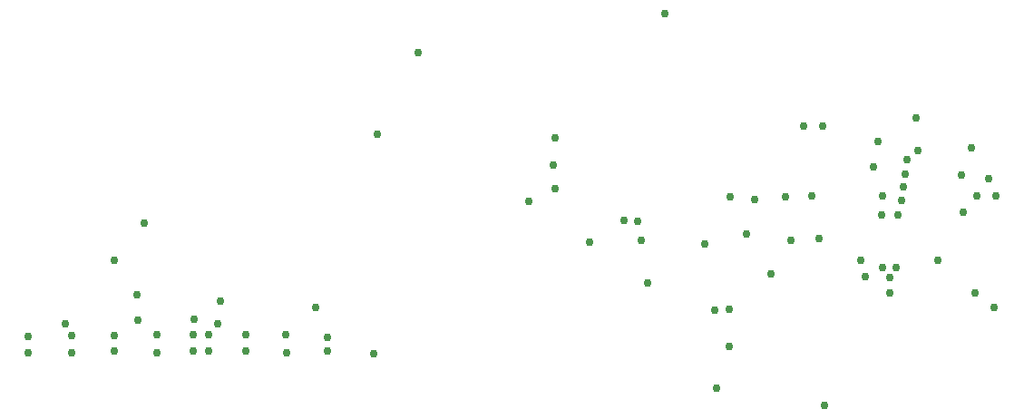
<source format=gbr>
G04 EAGLE Gerber RS-274X export*
G75*
%MOMM*%
%FSLAX34Y34*%
%LPD*%
%INVias*%
%IPPOS*%
%AMOC8*
5,1,8,0,0,1.08239X$1,22.5*%
G01*
%ADD10C,0.756400*%


D10*
X722000Y290000D03*
X841000Y352000D03*
X901000Y265000D03*
X624000Y284000D03*
X845000Y376000D03*
X932000Y370000D03*
X745000Y252000D03*
X683000Y280000D03*
X730000Y322000D03*
X833000Y250000D03*
X937000Y325000D03*
X829000Y265000D03*
X867000Y321000D03*
X132000Y265000D03*
X160000Y300000D03*
X153000Y233000D03*
X154000Y209000D03*
X207000Y210000D03*
X86000Y206000D03*
X231000Y227000D03*
X229000Y206000D03*
X862068Y258000D03*
X849000Y258000D03*
X790291Y285291D03*
X764000Y284000D03*
X707000Y324000D03*
X646000Y495000D03*
X693000Y218368D03*
X694000Y146000D03*
X630000Y243732D03*
X544000Y332000D03*
X706000Y219000D03*
X706000Y185000D03*
X576000Y282000D03*
X519000Y320000D03*
X52000Y179000D03*
X52000Y194000D03*
X92000Y179000D03*
X92000Y195000D03*
X132000Y180000D03*
X132000Y195000D03*
X172000Y179000D03*
X172000Y196000D03*
X206000Y180000D03*
X206000Y196000D03*
X293000Y179000D03*
X292000Y196000D03*
X374000Y178000D03*
X320000Y221000D03*
X331000Y193000D03*
X331000Y180000D03*
X255000Y180000D03*
X255000Y196000D03*
X220000Y180000D03*
X220000Y196000D03*
X871709Y358709D03*
X882682Y367900D03*
X795000Y130000D03*
X936000Y235000D03*
X925000Y309932D03*
X923000Y345068D03*
X948622Y341068D03*
X953000Y221332D03*
X856000Y235000D03*
X856000Y249000D03*
X870791Y345209D03*
X881000Y398068D03*
X416000Y459000D03*
X378000Y383000D03*
X759000Y324000D03*
X608000Y302000D03*
X542000Y354000D03*
X620791Y301209D03*
X544000Y379000D03*
X793000Y390068D03*
X783000Y324932D03*
X776000Y390068D03*
X848000Y307000D03*
X864000Y307000D03*
X954690Y324932D03*
X849000Y324932D03*
X869000Y334000D03*
M02*

</source>
